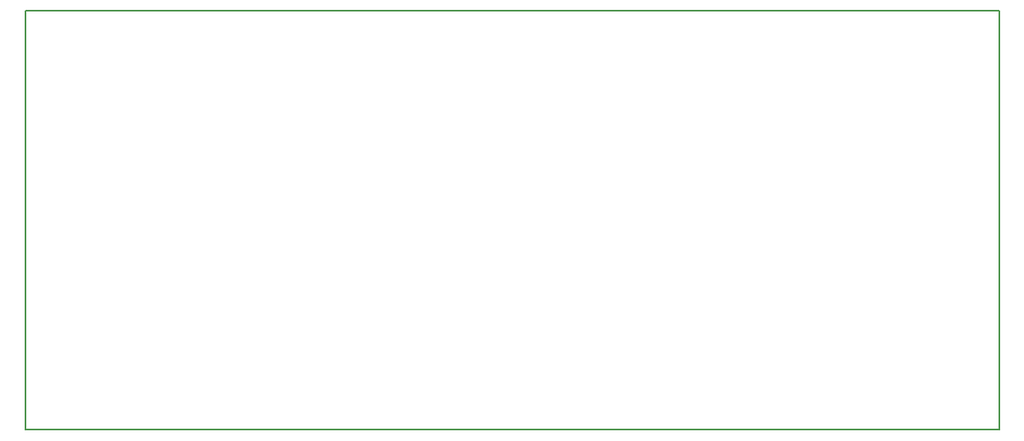
<source format=gm1>
G04 #@! TF.FileFunction,Profile,NP*
%FSLAX46Y46*%
G04 Gerber Fmt 4.6, Leading zero omitted, Abs format (unit mm)*
G04 Created by KiCad (PCBNEW 4.0.6-e0-6349~53~ubuntu14.04.1) date Mon Jul  3 07:26:06 2017*
%MOMM*%
%LPD*%
G01*
G04 APERTURE LIST*
%ADD10C,0.100000*%
%ADD11C,0.150000*%
G04 APERTURE END LIST*
D10*
D11*
X102235000Y-121666000D02*
X102235000Y-78486000D01*
X202565000Y-121666000D02*
X102235000Y-121666000D01*
X202565000Y-78486000D02*
X202565000Y-121666000D01*
X102235000Y-78486000D02*
X202565000Y-78486000D01*
M02*

</source>
